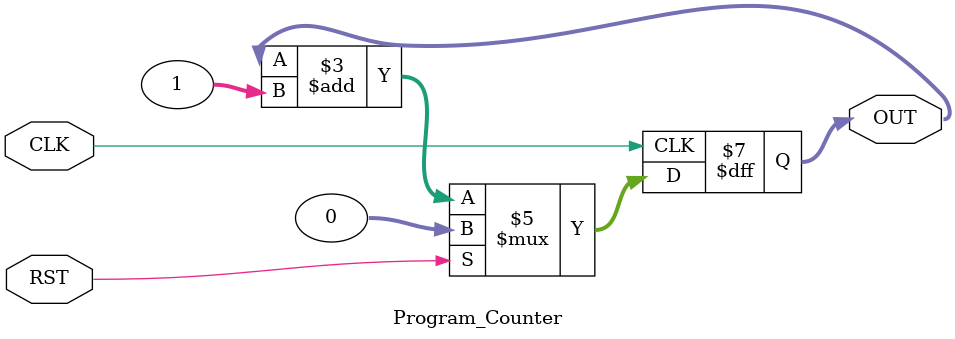
<source format=v>
`timescale 1ns / 1ps
module Program_Counter(
	 input CLK, RST,
    output reg [31:0] OUT
    );

always @(posedge CLK) begin
	if(RST == 1) begin
		OUT <= 32'b0;
	end
	else begin
		OUT <= OUT + 1;
	end
end
endmodule

</source>
